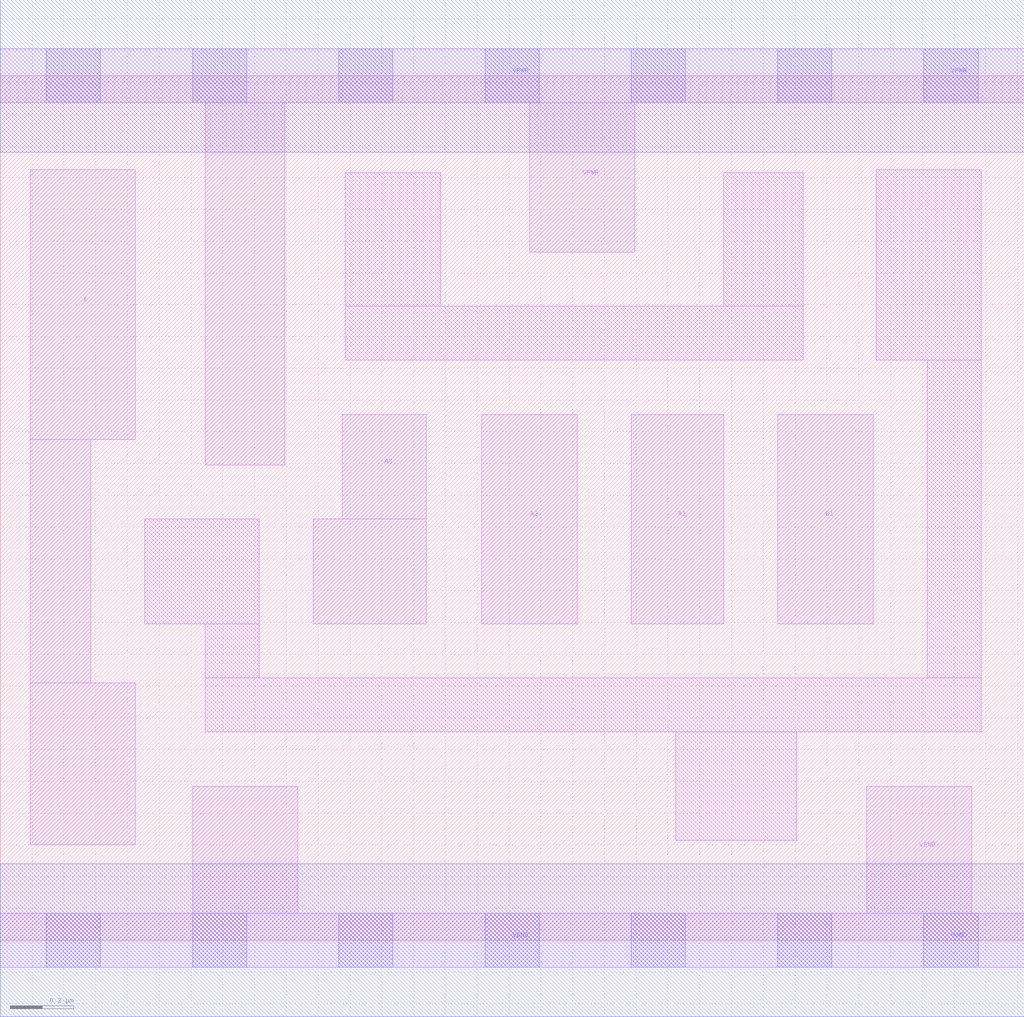
<source format=lef>
# Copyright 2020 The SkyWater PDK Authors
#
# Licensed under the Apache License, Version 2.0 (the "License");
# you may not use this file except in compliance with the License.
# You may obtain a copy of the License at
#
#     https://www.apache.org/licenses/LICENSE-2.0
#
# Unless required by applicable law or agreed to in writing, software
# distributed under the License is distributed on an "AS IS" BASIS,
# WITHOUT WARRANTIES OR CONDITIONS OF ANY KIND, either express or implied.
# See the License for the specific language governing permissions and
# limitations under the License.
#
# SPDX-License-Identifier: Apache-2.0

VERSION 5.7 ;
  NAMESCASESENSITIVE ON ;
  NOWIREEXTENSIONATPIN ON ;
  DIVIDERCHAR "/" ;
  BUSBITCHARS "[]" ;
UNITS
  DATABASE MICRONS 200 ;
END UNITS
PROPERTYDEFINITIONS
  MACRO maskLayoutSubType STRING ;
  MACRO prCellType STRING ;
  MACRO originalViewName STRING ;
END PROPERTYDEFINITIONS
MACRO sky130_fd_sc_hdll__a31o_1
  CLASS CORE ;
  FOREIGN sky130_fd_sc_hdll__a31o_1 ;
  ORIGIN  0.000000  0.000000 ;
  SIZE  3.220000 BY  2.720000 ;
  SYMMETRY X Y R90 ;
  SITE unithd ;
  PIN A1
    ANTENNAGATEAREA  0.277500 ;
    DIRECTION INPUT ;
    USE SIGNAL ;
    PORT
      LAYER li1 ;
        RECT 1.985000 0.995000 2.275000 1.655000 ;
    END
  END A1
  PIN A2
    ANTENNAGATEAREA  0.277500 ;
    DIRECTION INPUT ;
    USE SIGNAL ;
    PORT
      LAYER li1 ;
        RECT 1.515000 0.995000 1.815000 1.655000 ;
    END
  END A2
  PIN A3
    ANTENNAGATEAREA  0.277500 ;
    DIRECTION INPUT ;
    USE SIGNAL ;
    PORT
      LAYER li1 ;
        RECT 0.985000 0.995000 1.340000 1.325000 ;
        RECT 1.075000 1.325000 1.340000 1.655000 ;
    END
  END A3
  PIN B1
    ANTENNAGATEAREA  0.277500 ;
    DIRECTION INPUT ;
    USE SIGNAL ;
    PORT
      LAYER li1 ;
        RECT 2.445000 0.995000 2.745000 1.655000 ;
    END
  END B1
  PIN X
    ANTENNADIFFAREA  0.447250 ;
    DIRECTION OUTPUT ;
    USE SIGNAL ;
    PORT
      LAYER li1 ;
        RECT 0.095000 0.300000 0.425000 0.810000 ;
        RECT 0.095000 0.810000 0.285000 1.575000 ;
        RECT 0.095000 1.575000 0.425000 2.425000 ;
    END
  END X
  PIN VGND
    DIRECTION INOUT ;
    USE GROUND ;
    PORT
      LAYER li1 ;
        RECT 0.000000 -0.085000 3.220000 0.085000 ;
        RECT 0.605000  0.085000 0.935000 0.485000 ;
        RECT 2.725000  0.085000 3.055000 0.485000 ;
      LAYER mcon ;
        RECT 0.145000 -0.085000 0.315000 0.085000 ;
        RECT 0.605000 -0.085000 0.775000 0.085000 ;
        RECT 1.065000 -0.085000 1.235000 0.085000 ;
        RECT 1.525000 -0.085000 1.695000 0.085000 ;
        RECT 1.985000 -0.085000 2.155000 0.085000 ;
        RECT 2.445000 -0.085000 2.615000 0.085000 ;
        RECT 2.905000 -0.085000 3.075000 0.085000 ;
      LAYER met1 ;
        RECT 0.000000 -0.240000 3.220000 0.240000 ;
    END
  END VGND
  PIN VPWR
    DIRECTION INOUT ;
    USE POWER ;
    PORT
      LAYER li1 ;
        RECT 0.000000 2.635000 3.220000 2.805000 ;
        RECT 0.645000 1.495000 0.895000 2.635000 ;
        RECT 1.665000 2.165000 1.995000 2.635000 ;
      LAYER mcon ;
        RECT 0.145000 2.635000 0.315000 2.805000 ;
        RECT 0.605000 2.635000 0.775000 2.805000 ;
        RECT 1.065000 2.635000 1.235000 2.805000 ;
        RECT 1.525000 2.635000 1.695000 2.805000 ;
        RECT 1.985000 2.635000 2.155000 2.805000 ;
        RECT 2.445000 2.635000 2.615000 2.805000 ;
        RECT 2.905000 2.635000 3.075000 2.805000 ;
      LAYER met1 ;
        RECT 0.000000 2.480000 3.220000 2.960000 ;
    END
  END VPWR
  OBS
    LAYER li1 ;
      RECT 0.455000 0.995000 0.815000 1.325000 ;
      RECT 0.645000 0.655000 3.085000 0.825000 ;
      RECT 0.645000 0.825000 0.815000 0.995000 ;
      RECT 1.085000 1.825000 2.525000 1.995000 ;
      RECT 1.085000 1.995000 1.385000 2.415000 ;
      RECT 2.125000 0.315000 2.505000 0.655000 ;
      RECT 2.275000 1.995000 2.525000 2.415000 ;
      RECT 2.755000 1.825000 3.085000 2.425000 ;
      RECT 2.915000 0.825000 3.085000 1.825000 ;
  END
  PROPERTY maskLayoutSubType "abstract" ;
  PROPERTY prCellType "standard" ;
  PROPERTY originalViewName "layout" ;
END sky130_fd_sc_hdll__a31o_1

</source>
